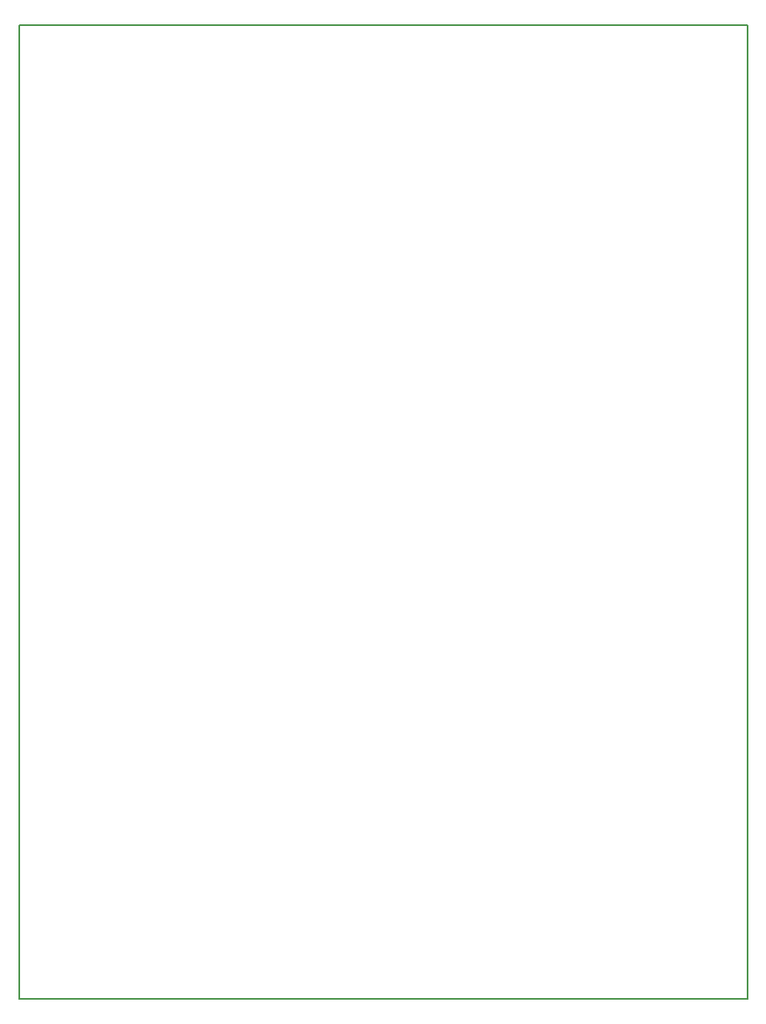
<source format=gbr>
G04 DipTrace 5.2.0.4*
G04 BoardOutline.gbr*
%MOIN*%
G04 #@! TF.FileFunction,Profile*
G04 #@! TF.Part,Single*
%ADD10C,0.005*%
%FSLAX26Y26*%
G04*
G70*
G90*
G75*
G01*
G04 BoardOutline*
%LPD*%
X393700Y4268700D2*
D10*
Y393700D1*
X3293700D1*
Y4268700D1*
X393700D1*
M02*

</source>
